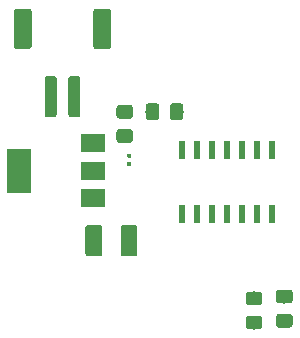
<source format=gbr>
G04 #@! TF.GenerationSoftware,KiCad,Pcbnew,5.0.2-bee76a0~70~ubuntu18.04.1*
G04 #@! TF.CreationDate,2019-01-23T20:48:10+01:00*
G04 #@! TF.ProjectId,Mighty841,4d696768-7479-4383-9431-2e6b69636164,1*
G04 #@! TF.SameCoordinates,Original*
G04 #@! TF.FileFunction,Paste,Top*
G04 #@! TF.FilePolarity,Positive*
%FSLAX46Y46*%
G04 Gerber Fmt 4.6, Leading zero omitted, Abs format (unit mm)*
G04 Created by KiCad (PCBNEW 5.0.2-bee76a0~70~ubuntu18.04.1) date mer. 23 janv. 2019 20:48:10 CET*
%MOMM*%
%LPD*%
G01*
G04 APERTURE LIST*
%ADD10C,0.100000*%
%ADD11C,1.150000*%
%ADD12C,1.425000*%
%ADD13C,0.318000*%
%ADD14C,1.000000*%
%ADD15C,1.500000*%
%ADD16R,2.000000X3.800000*%
%ADD17R,2.000000X1.500000*%
%ADD18R,0.600000X1.500000*%
G04 APERTURE END LIST*
D10*
G04 #@! TO.C,10uF*
G36*
X143080505Y-68443204D02*
X143104773Y-68446804D01*
X143128572Y-68452765D01*
X143151671Y-68461030D01*
X143173850Y-68471520D01*
X143194893Y-68484132D01*
X143214599Y-68498747D01*
X143232777Y-68515223D01*
X143249253Y-68533401D01*
X143263868Y-68553107D01*
X143276480Y-68574150D01*
X143286970Y-68596329D01*
X143295235Y-68619428D01*
X143301196Y-68643227D01*
X143304796Y-68667495D01*
X143306000Y-68691999D01*
X143306000Y-69342001D01*
X143304796Y-69366505D01*
X143301196Y-69390773D01*
X143295235Y-69414572D01*
X143286970Y-69437671D01*
X143276480Y-69459850D01*
X143263868Y-69480893D01*
X143249253Y-69500599D01*
X143232777Y-69518777D01*
X143214599Y-69535253D01*
X143194893Y-69549868D01*
X143173850Y-69562480D01*
X143151671Y-69572970D01*
X143128572Y-69581235D01*
X143104773Y-69587196D01*
X143080505Y-69590796D01*
X143056001Y-69592000D01*
X142155999Y-69592000D01*
X142131495Y-69590796D01*
X142107227Y-69587196D01*
X142083428Y-69581235D01*
X142060329Y-69572970D01*
X142038150Y-69562480D01*
X142017107Y-69549868D01*
X141997401Y-69535253D01*
X141979223Y-69518777D01*
X141962747Y-69500599D01*
X141948132Y-69480893D01*
X141935520Y-69459850D01*
X141925030Y-69437671D01*
X141916765Y-69414572D01*
X141910804Y-69390773D01*
X141907204Y-69366505D01*
X141906000Y-69342001D01*
X141906000Y-68691999D01*
X141907204Y-68667495D01*
X141910804Y-68643227D01*
X141916765Y-68619428D01*
X141925030Y-68596329D01*
X141935520Y-68574150D01*
X141948132Y-68553107D01*
X141962747Y-68533401D01*
X141979223Y-68515223D01*
X141997401Y-68498747D01*
X142017107Y-68484132D01*
X142038150Y-68471520D01*
X142060329Y-68461030D01*
X142083428Y-68452765D01*
X142107227Y-68446804D01*
X142131495Y-68443204D01*
X142155999Y-68442000D01*
X143056001Y-68442000D01*
X143080505Y-68443204D01*
X143080505Y-68443204D01*
G37*
D11*
X142606000Y-69017000D03*
D10*
G36*
X143080505Y-70493204D02*
X143104773Y-70496804D01*
X143128572Y-70502765D01*
X143151671Y-70511030D01*
X143173850Y-70521520D01*
X143194893Y-70534132D01*
X143214599Y-70548747D01*
X143232777Y-70565223D01*
X143249253Y-70583401D01*
X143263868Y-70603107D01*
X143276480Y-70624150D01*
X143286970Y-70646329D01*
X143295235Y-70669428D01*
X143301196Y-70693227D01*
X143304796Y-70717495D01*
X143306000Y-70741999D01*
X143306000Y-71392001D01*
X143304796Y-71416505D01*
X143301196Y-71440773D01*
X143295235Y-71464572D01*
X143286970Y-71487671D01*
X143276480Y-71509850D01*
X143263868Y-71530893D01*
X143249253Y-71550599D01*
X143232777Y-71568777D01*
X143214599Y-71585253D01*
X143194893Y-71599868D01*
X143173850Y-71612480D01*
X143151671Y-71622970D01*
X143128572Y-71631235D01*
X143104773Y-71637196D01*
X143080505Y-71640796D01*
X143056001Y-71642000D01*
X142155999Y-71642000D01*
X142131495Y-71640796D01*
X142107227Y-71637196D01*
X142083428Y-71631235D01*
X142060329Y-71622970D01*
X142038150Y-71612480D01*
X142017107Y-71599868D01*
X141997401Y-71585253D01*
X141979223Y-71568777D01*
X141962747Y-71550599D01*
X141948132Y-71530893D01*
X141935520Y-71509850D01*
X141925030Y-71487671D01*
X141916765Y-71464572D01*
X141910804Y-71440773D01*
X141907204Y-71416505D01*
X141906000Y-71392001D01*
X141906000Y-70741999D01*
X141907204Y-70717495D01*
X141910804Y-70693227D01*
X141916765Y-70669428D01*
X141925030Y-70646329D01*
X141935520Y-70624150D01*
X141948132Y-70603107D01*
X141962747Y-70583401D01*
X141979223Y-70565223D01*
X141997401Y-70548747D01*
X142017107Y-70534132D01*
X142038150Y-70521520D01*
X142060329Y-70511030D01*
X142083428Y-70502765D01*
X142107227Y-70496804D01*
X142131495Y-70493204D01*
X142155999Y-70492000D01*
X143056001Y-70492000D01*
X143080505Y-70493204D01*
X143080505Y-70493204D01*
G37*
D11*
X142606000Y-71067000D03*
G04 #@! TD*
D10*
G04 #@! TO.C,C2*
G36*
X143451804Y-78615204D02*
X143476073Y-78618804D01*
X143499871Y-78624765D01*
X143522971Y-78633030D01*
X143545149Y-78643520D01*
X143566193Y-78656133D01*
X143585898Y-78670747D01*
X143604077Y-78687223D01*
X143620553Y-78705402D01*
X143635167Y-78725107D01*
X143647780Y-78746151D01*
X143658270Y-78768329D01*
X143666535Y-78791429D01*
X143672496Y-78815227D01*
X143676096Y-78839496D01*
X143677300Y-78864000D01*
X143677300Y-81014000D01*
X143676096Y-81038504D01*
X143672496Y-81062773D01*
X143666535Y-81086571D01*
X143658270Y-81109671D01*
X143647780Y-81131849D01*
X143635167Y-81152893D01*
X143620553Y-81172598D01*
X143604077Y-81190777D01*
X143585898Y-81207253D01*
X143566193Y-81221867D01*
X143545149Y-81234480D01*
X143522971Y-81244970D01*
X143499871Y-81253235D01*
X143476073Y-81259196D01*
X143451804Y-81262796D01*
X143427300Y-81264000D01*
X142502300Y-81264000D01*
X142477796Y-81262796D01*
X142453527Y-81259196D01*
X142429729Y-81253235D01*
X142406629Y-81244970D01*
X142384451Y-81234480D01*
X142363407Y-81221867D01*
X142343702Y-81207253D01*
X142325523Y-81190777D01*
X142309047Y-81172598D01*
X142294433Y-81152893D01*
X142281820Y-81131849D01*
X142271330Y-81109671D01*
X142263065Y-81086571D01*
X142257104Y-81062773D01*
X142253504Y-81038504D01*
X142252300Y-81014000D01*
X142252300Y-78864000D01*
X142253504Y-78839496D01*
X142257104Y-78815227D01*
X142263065Y-78791429D01*
X142271330Y-78768329D01*
X142281820Y-78746151D01*
X142294433Y-78725107D01*
X142309047Y-78705402D01*
X142325523Y-78687223D01*
X142343702Y-78670747D01*
X142363407Y-78656133D01*
X142384451Y-78643520D01*
X142406629Y-78633030D01*
X142429729Y-78624765D01*
X142453527Y-78618804D01*
X142477796Y-78615204D01*
X142502300Y-78614000D01*
X143427300Y-78614000D01*
X143451804Y-78615204D01*
X143451804Y-78615204D01*
G37*
D12*
X142964800Y-79939000D03*
D10*
G36*
X140476804Y-78615204D02*
X140501073Y-78618804D01*
X140524871Y-78624765D01*
X140547971Y-78633030D01*
X140570149Y-78643520D01*
X140591193Y-78656133D01*
X140610898Y-78670747D01*
X140629077Y-78687223D01*
X140645553Y-78705402D01*
X140660167Y-78725107D01*
X140672780Y-78746151D01*
X140683270Y-78768329D01*
X140691535Y-78791429D01*
X140697496Y-78815227D01*
X140701096Y-78839496D01*
X140702300Y-78864000D01*
X140702300Y-81014000D01*
X140701096Y-81038504D01*
X140697496Y-81062773D01*
X140691535Y-81086571D01*
X140683270Y-81109671D01*
X140672780Y-81131849D01*
X140660167Y-81152893D01*
X140645553Y-81172598D01*
X140629077Y-81190777D01*
X140610898Y-81207253D01*
X140591193Y-81221867D01*
X140570149Y-81234480D01*
X140547971Y-81244970D01*
X140524871Y-81253235D01*
X140501073Y-81259196D01*
X140476804Y-81262796D01*
X140452300Y-81264000D01*
X139527300Y-81264000D01*
X139502796Y-81262796D01*
X139478527Y-81259196D01*
X139454729Y-81253235D01*
X139431629Y-81244970D01*
X139409451Y-81234480D01*
X139388407Y-81221867D01*
X139368702Y-81207253D01*
X139350523Y-81190777D01*
X139334047Y-81172598D01*
X139319433Y-81152893D01*
X139306820Y-81131849D01*
X139296330Y-81109671D01*
X139288065Y-81086571D01*
X139282104Y-81062773D01*
X139278504Y-81038504D01*
X139277300Y-81014000D01*
X139277300Y-78864000D01*
X139278504Y-78839496D01*
X139282104Y-78815227D01*
X139288065Y-78791429D01*
X139296330Y-78768329D01*
X139306820Y-78746151D01*
X139319433Y-78725107D01*
X139334047Y-78705402D01*
X139350523Y-78687223D01*
X139368702Y-78670747D01*
X139388407Y-78656133D01*
X139409451Y-78643520D01*
X139431629Y-78633030D01*
X139454729Y-78624765D01*
X139478527Y-78618804D01*
X139502796Y-78615204D01*
X139527300Y-78614000D01*
X140452300Y-78614000D01*
X140476804Y-78615204D01*
X140476804Y-78615204D01*
G37*
D12*
X139989800Y-79939000D03*
G04 #@! TD*
D10*
G04 #@! TO.C,0.1uF*
G36*
X143095292Y-73267383D02*
X143103010Y-73268528D01*
X143110578Y-73270423D01*
X143117923Y-73273052D01*
X143124976Y-73276387D01*
X143131668Y-73280398D01*
X143137934Y-73285046D01*
X143143715Y-73290285D01*
X143148954Y-73296066D01*
X143153602Y-73302332D01*
X143157613Y-73309024D01*
X143160948Y-73316077D01*
X143163577Y-73323422D01*
X143165472Y-73330990D01*
X143166617Y-73338708D01*
X143167000Y-73346500D01*
X143167000Y-73505500D01*
X143166617Y-73513292D01*
X143165472Y-73521010D01*
X143163577Y-73528578D01*
X143160948Y-73535923D01*
X143157613Y-73542976D01*
X143153602Y-73549668D01*
X143148954Y-73555934D01*
X143143715Y-73561715D01*
X143137934Y-73566954D01*
X143131668Y-73571602D01*
X143124976Y-73575613D01*
X143117923Y-73578948D01*
X143110578Y-73581577D01*
X143103010Y-73583472D01*
X143095292Y-73584617D01*
X143087500Y-73585000D01*
X142886500Y-73585000D01*
X142878708Y-73584617D01*
X142870990Y-73583472D01*
X142863422Y-73581577D01*
X142856077Y-73578948D01*
X142849024Y-73575613D01*
X142842332Y-73571602D01*
X142836066Y-73566954D01*
X142830285Y-73561715D01*
X142825046Y-73555934D01*
X142820398Y-73549668D01*
X142816387Y-73542976D01*
X142813052Y-73535923D01*
X142810423Y-73528578D01*
X142808528Y-73521010D01*
X142807383Y-73513292D01*
X142807000Y-73505500D01*
X142807000Y-73346500D01*
X142807383Y-73338708D01*
X142808528Y-73330990D01*
X142810423Y-73323422D01*
X142813052Y-73316077D01*
X142816387Y-73309024D01*
X142820398Y-73302332D01*
X142825046Y-73296066D01*
X142830285Y-73290285D01*
X142836066Y-73285046D01*
X142842332Y-73280398D01*
X142849024Y-73276387D01*
X142856077Y-73273052D01*
X142863422Y-73270423D01*
X142870990Y-73268528D01*
X142878708Y-73267383D01*
X142886500Y-73267000D01*
X143087500Y-73267000D01*
X143095292Y-73267383D01*
X143095292Y-73267383D01*
G37*
D13*
X142987000Y-73426000D03*
D10*
G36*
X143095292Y-72577383D02*
X143103010Y-72578528D01*
X143110578Y-72580423D01*
X143117923Y-72583052D01*
X143124976Y-72586387D01*
X143131668Y-72590398D01*
X143137934Y-72595046D01*
X143143715Y-72600285D01*
X143148954Y-72606066D01*
X143153602Y-72612332D01*
X143157613Y-72619024D01*
X143160948Y-72626077D01*
X143163577Y-72633422D01*
X143165472Y-72640990D01*
X143166617Y-72648708D01*
X143167000Y-72656500D01*
X143167000Y-72815500D01*
X143166617Y-72823292D01*
X143165472Y-72831010D01*
X143163577Y-72838578D01*
X143160948Y-72845923D01*
X143157613Y-72852976D01*
X143153602Y-72859668D01*
X143148954Y-72865934D01*
X143143715Y-72871715D01*
X143137934Y-72876954D01*
X143131668Y-72881602D01*
X143124976Y-72885613D01*
X143117923Y-72888948D01*
X143110578Y-72891577D01*
X143103010Y-72893472D01*
X143095292Y-72894617D01*
X143087500Y-72895000D01*
X142886500Y-72895000D01*
X142878708Y-72894617D01*
X142870990Y-72893472D01*
X142863422Y-72891577D01*
X142856077Y-72888948D01*
X142849024Y-72885613D01*
X142842332Y-72881602D01*
X142836066Y-72876954D01*
X142830285Y-72871715D01*
X142825046Y-72865934D01*
X142820398Y-72859668D01*
X142816387Y-72852976D01*
X142813052Y-72845923D01*
X142810423Y-72838578D01*
X142808528Y-72831010D01*
X142807383Y-72823292D01*
X142807000Y-72815500D01*
X142807000Y-72656500D01*
X142807383Y-72648708D01*
X142808528Y-72640990D01*
X142810423Y-72633422D01*
X142813052Y-72626077D01*
X142816387Y-72619024D01*
X142820398Y-72612332D01*
X142825046Y-72606066D01*
X142830285Y-72600285D01*
X142836066Y-72595046D01*
X142842332Y-72590398D01*
X142849024Y-72586387D01*
X142856077Y-72583052D01*
X142863422Y-72580423D01*
X142870990Y-72578528D01*
X142878708Y-72577383D01*
X142886500Y-72577000D01*
X143087500Y-72577000D01*
X143095292Y-72577383D01*
X143095292Y-72577383D01*
G37*
D13*
X142987000Y-72736000D03*
G04 #@! TD*
D10*
G04 #@! TO.C,Led *
G36*
X154027905Y-84242004D02*
X154052173Y-84245604D01*
X154075972Y-84251565D01*
X154099071Y-84259830D01*
X154121250Y-84270320D01*
X154142293Y-84282932D01*
X154161999Y-84297547D01*
X154180177Y-84314023D01*
X154196653Y-84332201D01*
X154211268Y-84351907D01*
X154223880Y-84372950D01*
X154234370Y-84395129D01*
X154242635Y-84418228D01*
X154248596Y-84442027D01*
X154252196Y-84466295D01*
X154253400Y-84490799D01*
X154253400Y-85140801D01*
X154252196Y-85165305D01*
X154248596Y-85189573D01*
X154242635Y-85213372D01*
X154234370Y-85236471D01*
X154223880Y-85258650D01*
X154211268Y-85279693D01*
X154196653Y-85299399D01*
X154180177Y-85317577D01*
X154161999Y-85334053D01*
X154142293Y-85348668D01*
X154121250Y-85361280D01*
X154099071Y-85371770D01*
X154075972Y-85380035D01*
X154052173Y-85385996D01*
X154027905Y-85389596D01*
X154003401Y-85390800D01*
X153103399Y-85390800D01*
X153078895Y-85389596D01*
X153054627Y-85385996D01*
X153030828Y-85380035D01*
X153007729Y-85371770D01*
X152985550Y-85361280D01*
X152964507Y-85348668D01*
X152944801Y-85334053D01*
X152926623Y-85317577D01*
X152910147Y-85299399D01*
X152895532Y-85279693D01*
X152882920Y-85258650D01*
X152872430Y-85236471D01*
X152864165Y-85213372D01*
X152858204Y-85189573D01*
X152854604Y-85165305D01*
X152853400Y-85140801D01*
X152853400Y-84490799D01*
X152854604Y-84466295D01*
X152858204Y-84442027D01*
X152864165Y-84418228D01*
X152872430Y-84395129D01*
X152882920Y-84372950D01*
X152895532Y-84351907D01*
X152910147Y-84332201D01*
X152926623Y-84314023D01*
X152944801Y-84297547D01*
X152964507Y-84282932D01*
X152985550Y-84270320D01*
X153007729Y-84259830D01*
X153030828Y-84251565D01*
X153054627Y-84245604D01*
X153078895Y-84242004D01*
X153103399Y-84240800D01*
X154003401Y-84240800D01*
X154027905Y-84242004D01*
X154027905Y-84242004D01*
G37*
D11*
X153553400Y-84815800D03*
D10*
G36*
X154027905Y-86292004D02*
X154052173Y-86295604D01*
X154075972Y-86301565D01*
X154099071Y-86309830D01*
X154121250Y-86320320D01*
X154142293Y-86332932D01*
X154161999Y-86347547D01*
X154180177Y-86364023D01*
X154196653Y-86382201D01*
X154211268Y-86401907D01*
X154223880Y-86422950D01*
X154234370Y-86445129D01*
X154242635Y-86468228D01*
X154248596Y-86492027D01*
X154252196Y-86516295D01*
X154253400Y-86540799D01*
X154253400Y-87190801D01*
X154252196Y-87215305D01*
X154248596Y-87239573D01*
X154242635Y-87263372D01*
X154234370Y-87286471D01*
X154223880Y-87308650D01*
X154211268Y-87329693D01*
X154196653Y-87349399D01*
X154180177Y-87367577D01*
X154161999Y-87384053D01*
X154142293Y-87398668D01*
X154121250Y-87411280D01*
X154099071Y-87421770D01*
X154075972Y-87430035D01*
X154052173Y-87435996D01*
X154027905Y-87439596D01*
X154003401Y-87440800D01*
X153103399Y-87440800D01*
X153078895Y-87439596D01*
X153054627Y-87435996D01*
X153030828Y-87430035D01*
X153007729Y-87421770D01*
X152985550Y-87411280D01*
X152964507Y-87398668D01*
X152944801Y-87384053D01*
X152926623Y-87367577D01*
X152910147Y-87349399D01*
X152895532Y-87329693D01*
X152882920Y-87308650D01*
X152872430Y-87286471D01*
X152864165Y-87263372D01*
X152858204Y-87239573D01*
X152854604Y-87215305D01*
X152853400Y-87190801D01*
X152853400Y-86540799D01*
X152854604Y-86516295D01*
X152858204Y-86492027D01*
X152864165Y-86468228D01*
X152872430Y-86445129D01*
X152882920Y-86422950D01*
X152895532Y-86401907D01*
X152910147Y-86382201D01*
X152926623Y-86364023D01*
X152944801Y-86347547D01*
X152964507Y-86332932D01*
X152985550Y-86320320D01*
X153007729Y-86309830D01*
X153030828Y-86301565D01*
X153054627Y-86295604D01*
X153078895Y-86292004D01*
X153103399Y-86290800D01*
X154003401Y-86290800D01*
X154027905Y-86292004D01*
X154027905Y-86292004D01*
G37*
D11*
X153553400Y-86865800D03*
G04 #@! TD*
D10*
G04 #@! TO.C,JST-PH*
G36*
X138609504Y-66001204D02*
X138633773Y-66004804D01*
X138657571Y-66010765D01*
X138680671Y-66019030D01*
X138702849Y-66029520D01*
X138723893Y-66042133D01*
X138743598Y-66056747D01*
X138761777Y-66073223D01*
X138778253Y-66091402D01*
X138792867Y-66111107D01*
X138805480Y-66132151D01*
X138815970Y-66154329D01*
X138824235Y-66177429D01*
X138830196Y-66201227D01*
X138833796Y-66225496D01*
X138835000Y-66250000D01*
X138835000Y-69250000D01*
X138833796Y-69274504D01*
X138830196Y-69298773D01*
X138824235Y-69322571D01*
X138815970Y-69345671D01*
X138805480Y-69367849D01*
X138792867Y-69388893D01*
X138778253Y-69408598D01*
X138761777Y-69426777D01*
X138743598Y-69443253D01*
X138723893Y-69457867D01*
X138702849Y-69470480D01*
X138680671Y-69480970D01*
X138657571Y-69489235D01*
X138633773Y-69495196D01*
X138609504Y-69498796D01*
X138585000Y-69500000D01*
X138085000Y-69500000D01*
X138060496Y-69498796D01*
X138036227Y-69495196D01*
X138012429Y-69489235D01*
X137989329Y-69480970D01*
X137967151Y-69470480D01*
X137946107Y-69457867D01*
X137926402Y-69443253D01*
X137908223Y-69426777D01*
X137891747Y-69408598D01*
X137877133Y-69388893D01*
X137864520Y-69367849D01*
X137854030Y-69345671D01*
X137845765Y-69322571D01*
X137839804Y-69298773D01*
X137836204Y-69274504D01*
X137835000Y-69250000D01*
X137835000Y-66250000D01*
X137836204Y-66225496D01*
X137839804Y-66201227D01*
X137845765Y-66177429D01*
X137854030Y-66154329D01*
X137864520Y-66132151D01*
X137877133Y-66111107D01*
X137891747Y-66091402D01*
X137908223Y-66073223D01*
X137926402Y-66056747D01*
X137946107Y-66042133D01*
X137967151Y-66029520D01*
X137989329Y-66019030D01*
X138012429Y-66010765D01*
X138036227Y-66004804D01*
X138060496Y-66001204D01*
X138085000Y-66000000D01*
X138585000Y-66000000D01*
X138609504Y-66001204D01*
X138609504Y-66001204D01*
G37*
D14*
X138335000Y-67750000D03*
D10*
G36*
X136609504Y-66001204D02*
X136633773Y-66004804D01*
X136657571Y-66010765D01*
X136680671Y-66019030D01*
X136702849Y-66029520D01*
X136723893Y-66042133D01*
X136743598Y-66056747D01*
X136761777Y-66073223D01*
X136778253Y-66091402D01*
X136792867Y-66111107D01*
X136805480Y-66132151D01*
X136815970Y-66154329D01*
X136824235Y-66177429D01*
X136830196Y-66201227D01*
X136833796Y-66225496D01*
X136835000Y-66250000D01*
X136835000Y-69250000D01*
X136833796Y-69274504D01*
X136830196Y-69298773D01*
X136824235Y-69322571D01*
X136815970Y-69345671D01*
X136805480Y-69367849D01*
X136792867Y-69388893D01*
X136778253Y-69408598D01*
X136761777Y-69426777D01*
X136743598Y-69443253D01*
X136723893Y-69457867D01*
X136702849Y-69470480D01*
X136680671Y-69480970D01*
X136657571Y-69489235D01*
X136633773Y-69495196D01*
X136609504Y-69498796D01*
X136585000Y-69500000D01*
X136085000Y-69500000D01*
X136060496Y-69498796D01*
X136036227Y-69495196D01*
X136012429Y-69489235D01*
X135989329Y-69480970D01*
X135967151Y-69470480D01*
X135946107Y-69457867D01*
X135926402Y-69443253D01*
X135908223Y-69426777D01*
X135891747Y-69408598D01*
X135877133Y-69388893D01*
X135864520Y-69367849D01*
X135854030Y-69345671D01*
X135845765Y-69322571D01*
X135839804Y-69298773D01*
X135836204Y-69274504D01*
X135835000Y-69250000D01*
X135835000Y-66250000D01*
X135836204Y-66225496D01*
X135839804Y-66201227D01*
X135845765Y-66177429D01*
X135854030Y-66154329D01*
X135864520Y-66132151D01*
X135877133Y-66111107D01*
X135891747Y-66091402D01*
X135908223Y-66073223D01*
X135926402Y-66056747D01*
X135946107Y-66042133D01*
X135967151Y-66029520D01*
X135989329Y-66019030D01*
X136012429Y-66010765D01*
X136036227Y-66004804D01*
X136060496Y-66001204D01*
X136085000Y-66000000D01*
X136585000Y-66000000D01*
X136609504Y-66001204D01*
X136609504Y-66001204D01*
G37*
D14*
X136335000Y-67750000D03*
D10*
G36*
X141209504Y-60301204D02*
X141233773Y-60304804D01*
X141257571Y-60310765D01*
X141280671Y-60319030D01*
X141302849Y-60329520D01*
X141323893Y-60342133D01*
X141343598Y-60356747D01*
X141361777Y-60373223D01*
X141378253Y-60391402D01*
X141392867Y-60411107D01*
X141405480Y-60432151D01*
X141415970Y-60454329D01*
X141424235Y-60477429D01*
X141430196Y-60501227D01*
X141433796Y-60525496D01*
X141435000Y-60550000D01*
X141435000Y-63450000D01*
X141433796Y-63474504D01*
X141430196Y-63498773D01*
X141424235Y-63522571D01*
X141415970Y-63545671D01*
X141405480Y-63567849D01*
X141392867Y-63588893D01*
X141378253Y-63608598D01*
X141361777Y-63626777D01*
X141343598Y-63643253D01*
X141323893Y-63657867D01*
X141302849Y-63670480D01*
X141280671Y-63680970D01*
X141257571Y-63689235D01*
X141233773Y-63695196D01*
X141209504Y-63698796D01*
X141185000Y-63700000D01*
X140185000Y-63700000D01*
X140160496Y-63698796D01*
X140136227Y-63695196D01*
X140112429Y-63689235D01*
X140089329Y-63680970D01*
X140067151Y-63670480D01*
X140046107Y-63657867D01*
X140026402Y-63643253D01*
X140008223Y-63626777D01*
X139991747Y-63608598D01*
X139977133Y-63588893D01*
X139964520Y-63567849D01*
X139954030Y-63545671D01*
X139945765Y-63522571D01*
X139939804Y-63498773D01*
X139936204Y-63474504D01*
X139935000Y-63450000D01*
X139935000Y-60550000D01*
X139936204Y-60525496D01*
X139939804Y-60501227D01*
X139945765Y-60477429D01*
X139954030Y-60454329D01*
X139964520Y-60432151D01*
X139977133Y-60411107D01*
X139991747Y-60391402D01*
X140008223Y-60373223D01*
X140026402Y-60356747D01*
X140046107Y-60342133D01*
X140067151Y-60329520D01*
X140089329Y-60319030D01*
X140112429Y-60310765D01*
X140136227Y-60304804D01*
X140160496Y-60301204D01*
X140185000Y-60300000D01*
X141185000Y-60300000D01*
X141209504Y-60301204D01*
X141209504Y-60301204D01*
G37*
D15*
X140685000Y-62000000D03*
D10*
G36*
X134509504Y-60301204D02*
X134533773Y-60304804D01*
X134557571Y-60310765D01*
X134580671Y-60319030D01*
X134602849Y-60329520D01*
X134623893Y-60342133D01*
X134643598Y-60356747D01*
X134661777Y-60373223D01*
X134678253Y-60391402D01*
X134692867Y-60411107D01*
X134705480Y-60432151D01*
X134715970Y-60454329D01*
X134724235Y-60477429D01*
X134730196Y-60501227D01*
X134733796Y-60525496D01*
X134735000Y-60550000D01*
X134735000Y-63450000D01*
X134733796Y-63474504D01*
X134730196Y-63498773D01*
X134724235Y-63522571D01*
X134715970Y-63545671D01*
X134705480Y-63567849D01*
X134692867Y-63588893D01*
X134678253Y-63608598D01*
X134661777Y-63626777D01*
X134643598Y-63643253D01*
X134623893Y-63657867D01*
X134602849Y-63670480D01*
X134580671Y-63680970D01*
X134557571Y-63689235D01*
X134533773Y-63695196D01*
X134509504Y-63698796D01*
X134485000Y-63700000D01*
X133485000Y-63700000D01*
X133460496Y-63698796D01*
X133436227Y-63695196D01*
X133412429Y-63689235D01*
X133389329Y-63680970D01*
X133367151Y-63670480D01*
X133346107Y-63657867D01*
X133326402Y-63643253D01*
X133308223Y-63626777D01*
X133291747Y-63608598D01*
X133277133Y-63588893D01*
X133264520Y-63567849D01*
X133254030Y-63545671D01*
X133245765Y-63522571D01*
X133239804Y-63498773D01*
X133236204Y-63474504D01*
X133235000Y-63450000D01*
X133235000Y-60550000D01*
X133236204Y-60525496D01*
X133239804Y-60501227D01*
X133245765Y-60477429D01*
X133254030Y-60454329D01*
X133264520Y-60432151D01*
X133277133Y-60411107D01*
X133291747Y-60391402D01*
X133308223Y-60373223D01*
X133326402Y-60356747D01*
X133346107Y-60342133D01*
X133367151Y-60329520D01*
X133389329Y-60319030D01*
X133412429Y-60310765D01*
X133436227Y-60304804D01*
X133460496Y-60301204D01*
X133485000Y-60300000D01*
X134485000Y-60300000D01*
X134509504Y-60301204D01*
X134509504Y-60301204D01*
G37*
D15*
X133985000Y-62000000D03*
G04 #@! TD*
D10*
G04 #@! TO.C,2\002C2K*
G36*
X156593305Y-84089604D02*
X156617573Y-84093204D01*
X156641372Y-84099165D01*
X156664471Y-84107430D01*
X156686650Y-84117920D01*
X156707693Y-84130532D01*
X156727399Y-84145147D01*
X156745577Y-84161623D01*
X156762053Y-84179801D01*
X156776668Y-84199507D01*
X156789280Y-84220550D01*
X156799770Y-84242729D01*
X156808035Y-84265828D01*
X156813996Y-84289627D01*
X156817596Y-84313895D01*
X156818800Y-84338399D01*
X156818800Y-84988401D01*
X156817596Y-85012905D01*
X156813996Y-85037173D01*
X156808035Y-85060972D01*
X156799770Y-85084071D01*
X156789280Y-85106250D01*
X156776668Y-85127293D01*
X156762053Y-85146999D01*
X156745577Y-85165177D01*
X156727399Y-85181653D01*
X156707693Y-85196268D01*
X156686650Y-85208880D01*
X156664471Y-85219370D01*
X156641372Y-85227635D01*
X156617573Y-85233596D01*
X156593305Y-85237196D01*
X156568801Y-85238400D01*
X155668799Y-85238400D01*
X155644295Y-85237196D01*
X155620027Y-85233596D01*
X155596228Y-85227635D01*
X155573129Y-85219370D01*
X155550950Y-85208880D01*
X155529907Y-85196268D01*
X155510201Y-85181653D01*
X155492023Y-85165177D01*
X155475547Y-85146999D01*
X155460932Y-85127293D01*
X155448320Y-85106250D01*
X155437830Y-85084071D01*
X155429565Y-85060972D01*
X155423604Y-85037173D01*
X155420004Y-85012905D01*
X155418800Y-84988401D01*
X155418800Y-84338399D01*
X155420004Y-84313895D01*
X155423604Y-84289627D01*
X155429565Y-84265828D01*
X155437830Y-84242729D01*
X155448320Y-84220550D01*
X155460932Y-84199507D01*
X155475547Y-84179801D01*
X155492023Y-84161623D01*
X155510201Y-84145147D01*
X155529907Y-84130532D01*
X155550950Y-84117920D01*
X155573129Y-84107430D01*
X155596228Y-84099165D01*
X155620027Y-84093204D01*
X155644295Y-84089604D01*
X155668799Y-84088400D01*
X156568801Y-84088400D01*
X156593305Y-84089604D01*
X156593305Y-84089604D01*
G37*
D11*
X156118800Y-84663400D03*
D10*
G36*
X156593305Y-86139604D02*
X156617573Y-86143204D01*
X156641372Y-86149165D01*
X156664471Y-86157430D01*
X156686650Y-86167920D01*
X156707693Y-86180532D01*
X156727399Y-86195147D01*
X156745577Y-86211623D01*
X156762053Y-86229801D01*
X156776668Y-86249507D01*
X156789280Y-86270550D01*
X156799770Y-86292729D01*
X156808035Y-86315828D01*
X156813996Y-86339627D01*
X156817596Y-86363895D01*
X156818800Y-86388399D01*
X156818800Y-87038401D01*
X156817596Y-87062905D01*
X156813996Y-87087173D01*
X156808035Y-87110972D01*
X156799770Y-87134071D01*
X156789280Y-87156250D01*
X156776668Y-87177293D01*
X156762053Y-87196999D01*
X156745577Y-87215177D01*
X156727399Y-87231653D01*
X156707693Y-87246268D01*
X156686650Y-87258880D01*
X156664471Y-87269370D01*
X156641372Y-87277635D01*
X156617573Y-87283596D01*
X156593305Y-87287196D01*
X156568801Y-87288400D01*
X155668799Y-87288400D01*
X155644295Y-87287196D01*
X155620027Y-87283596D01*
X155596228Y-87277635D01*
X155573129Y-87269370D01*
X155550950Y-87258880D01*
X155529907Y-87246268D01*
X155510201Y-87231653D01*
X155492023Y-87215177D01*
X155475547Y-87196999D01*
X155460932Y-87177293D01*
X155448320Y-87156250D01*
X155437830Y-87134071D01*
X155429565Y-87110972D01*
X155423604Y-87087173D01*
X155420004Y-87062905D01*
X155418800Y-87038401D01*
X155418800Y-86388399D01*
X155420004Y-86363895D01*
X155423604Y-86339627D01*
X155429565Y-86315828D01*
X155437830Y-86292729D01*
X155448320Y-86270550D01*
X155460932Y-86249507D01*
X155475547Y-86229801D01*
X155492023Y-86211623D01*
X155510201Y-86195147D01*
X155529907Y-86180532D01*
X155550950Y-86167920D01*
X155573129Y-86157430D01*
X155596228Y-86149165D01*
X155620027Y-86143204D01*
X155644295Y-86139604D01*
X155668799Y-86138400D01*
X156568801Y-86138400D01*
X156593305Y-86139604D01*
X156593305Y-86139604D01*
G37*
D11*
X156118800Y-86713400D03*
G04 #@! TD*
D10*
G04 #@! TO.C,10k*
G36*
X145299505Y-68301204D02*
X145323773Y-68304804D01*
X145347572Y-68310765D01*
X145370671Y-68319030D01*
X145392850Y-68329520D01*
X145413893Y-68342132D01*
X145433599Y-68356747D01*
X145451777Y-68373223D01*
X145468253Y-68391401D01*
X145482868Y-68411107D01*
X145495480Y-68432150D01*
X145505970Y-68454329D01*
X145514235Y-68477428D01*
X145520196Y-68501227D01*
X145523796Y-68525495D01*
X145525000Y-68549999D01*
X145525000Y-69450001D01*
X145523796Y-69474505D01*
X145520196Y-69498773D01*
X145514235Y-69522572D01*
X145505970Y-69545671D01*
X145495480Y-69567850D01*
X145482868Y-69588893D01*
X145468253Y-69608599D01*
X145451777Y-69626777D01*
X145433599Y-69643253D01*
X145413893Y-69657868D01*
X145392850Y-69670480D01*
X145370671Y-69680970D01*
X145347572Y-69689235D01*
X145323773Y-69695196D01*
X145299505Y-69698796D01*
X145275001Y-69700000D01*
X144624999Y-69700000D01*
X144600495Y-69698796D01*
X144576227Y-69695196D01*
X144552428Y-69689235D01*
X144529329Y-69680970D01*
X144507150Y-69670480D01*
X144486107Y-69657868D01*
X144466401Y-69643253D01*
X144448223Y-69626777D01*
X144431747Y-69608599D01*
X144417132Y-69588893D01*
X144404520Y-69567850D01*
X144394030Y-69545671D01*
X144385765Y-69522572D01*
X144379804Y-69498773D01*
X144376204Y-69474505D01*
X144375000Y-69450001D01*
X144375000Y-68549999D01*
X144376204Y-68525495D01*
X144379804Y-68501227D01*
X144385765Y-68477428D01*
X144394030Y-68454329D01*
X144404520Y-68432150D01*
X144417132Y-68411107D01*
X144431747Y-68391401D01*
X144448223Y-68373223D01*
X144466401Y-68356747D01*
X144486107Y-68342132D01*
X144507150Y-68329520D01*
X144529329Y-68319030D01*
X144552428Y-68310765D01*
X144576227Y-68304804D01*
X144600495Y-68301204D01*
X144624999Y-68300000D01*
X145275001Y-68300000D01*
X145299505Y-68301204D01*
X145299505Y-68301204D01*
G37*
D11*
X144950000Y-69000000D03*
D10*
G36*
X147349505Y-68301204D02*
X147373773Y-68304804D01*
X147397572Y-68310765D01*
X147420671Y-68319030D01*
X147442850Y-68329520D01*
X147463893Y-68342132D01*
X147483599Y-68356747D01*
X147501777Y-68373223D01*
X147518253Y-68391401D01*
X147532868Y-68411107D01*
X147545480Y-68432150D01*
X147555970Y-68454329D01*
X147564235Y-68477428D01*
X147570196Y-68501227D01*
X147573796Y-68525495D01*
X147575000Y-68549999D01*
X147575000Y-69450001D01*
X147573796Y-69474505D01*
X147570196Y-69498773D01*
X147564235Y-69522572D01*
X147555970Y-69545671D01*
X147545480Y-69567850D01*
X147532868Y-69588893D01*
X147518253Y-69608599D01*
X147501777Y-69626777D01*
X147483599Y-69643253D01*
X147463893Y-69657868D01*
X147442850Y-69670480D01*
X147420671Y-69680970D01*
X147397572Y-69689235D01*
X147373773Y-69695196D01*
X147349505Y-69698796D01*
X147325001Y-69700000D01*
X146674999Y-69700000D01*
X146650495Y-69698796D01*
X146626227Y-69695196D01*
X146602428Y-69689235D01*
X146579329Y-69680970D01*
X146557150Y-69670480D01*
X146536107Y-69657868D01*
X146516401Y-69643253D01*
X146498223Y-69626777D01*
X146481747Y-69608599D01*
X146467132Y-69588893D01*
X146454520Y-69567850D01*
X146444030Y-69545671D01*
X146435765Y-69522572D01*
X146429804Y-69498773D01*
X146426204Y-69474505D01*
X146425000Y-69450001D01*
X146425000Y-68549999D01*
X146426204Y-68525495D01*
X146429804Y-68501227D01*
X146435765Y-68477428D01*
X146444030Y-68454329D01*
X146454520Y-68432150D01*
X146467132Y-68411107D01*
X146481747Y-68391401D01*
X146498223Y-68373223D01*
X146516401Y-68356747D01*
X146536107Y-68342132D01*
X146557150Y-68329520D01*
X146579329Y-68319030D01*
X146602428Y-68310765D01*
X146626227Y-68304804D01*
X146650495Y-68301204D01*
X146674999Y-68300000D01*
X147325001Y-68300000D01*
X147349505Y-68301204D01*
X147349505Y-68301204D01*
G37*
D11*
X147000000Y-69000000D03*
G04 #@! TD*
D16*
G04 #@! TO.C,LM1117-3.3*
X133652000Y-74000000D03*
D17*
X139952000Y-74000000D03*
X139952000Y-71700000D03*
X139952000Y-76300000D03*
G04 #@! TD*
D18*
G04 #@! TO.C,Attiny841*
X147495000Y-77649800D03*
X148765000Y-77649800D03*
X150035000Y-77649800D03*
X151305000Y-77649800D03*
X152575000Y-77649800D03*
X153845000Y-77649800D03*
X155115000Y-77649800D03*
X155115000Y-72249800D03*
X153845000Y-72249800D03*
X152575000Y-72249800D03*
X151305000Y-72249800D03*
X150035000Y-72249800D03*
X148765000Y-72249800D03*
X147495000Y-72249800D03*
G04 #@! TD*
M02*

</source>
